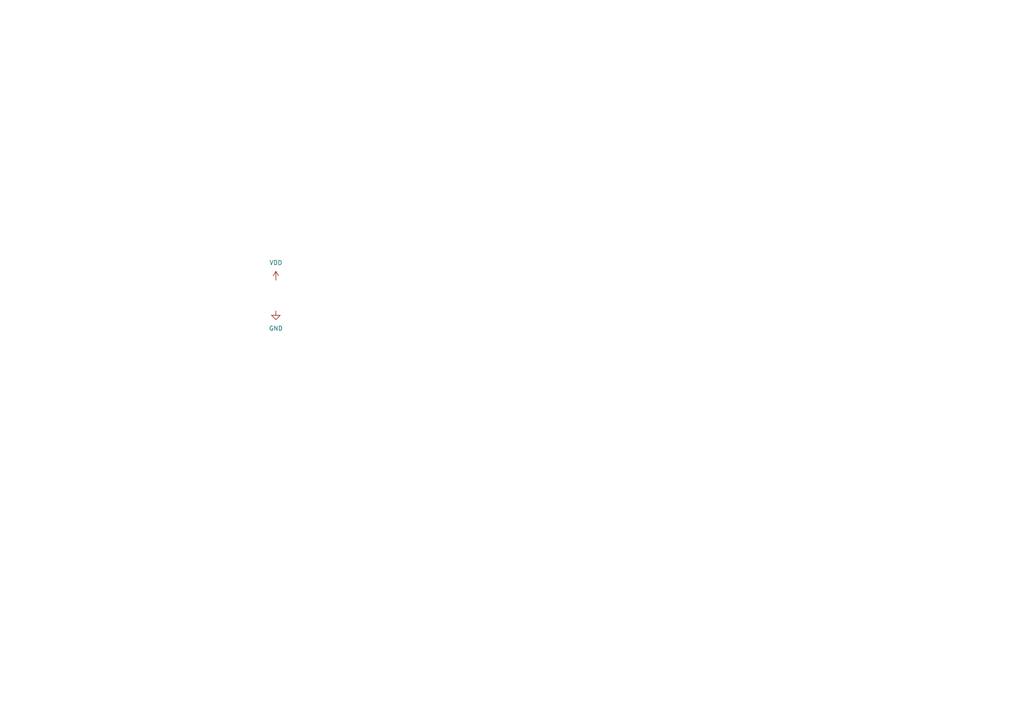
<source format=kicad_sch>
(kicad_sch (version 20230121) (generator eeschema)
  (paper "A4")
  (title_block (title "TITLE") (date "2023-05-28") (rev "1.0") (company "Kallio Designs Oy") (comment 1 "Teemu Latonen") (comment 2 "ASSEMBLY_PN") (comment 3 "000077"))
  (lib_symbols
    (symbol "power:GND" (power) (pin_names (offset 0))
      (property "Value" "GND" (at 0 -3.81 0))
      (symbol "GND_0_1"
        (polyline (pts (xy 0 0) (xy 0 -1.27) (xy 1.27 -1.27) (xy 0 -2.54) (xy -1.27 -1.27) (xy 0 -1.27)))
      )
      (symbol "GND_1_1"
        (pin power_in line (at 0 0 270) (length 0) hide (name "GND") (number "1"))
      )
    )
    (symbol "power:VDD" (power) (pin_names (offset 0))
      (property "Value" "VDD" (at 0 3.81 0))
      (symbol "VDD_0_1"
        (polyline (pts (xy -0.762 1.27) (xy 0 2.54)))
        (polyline (pts (xy 0 0) (xy 0 2.54)))
        (polyline (pts (xy 0 2.54) (xy 0.762 1.27)))
      )
      (symbol "VDD_1_1"
        (pin power_in line (at 0 0 90) (length 0) hide (name "VDD") (number "1"))
      )
    )
  )
  (symbol (lib_id "power:VDD") (at 80.01 81.28 0) (unit 1)
    (property "Reference" "#PWR0104" (effects hide))
    (property "Value" "VDD" (at 80.01 76.2 0))
  )
  (symbol (lib_id "power:GND") (at 80.01 90.17 0) (unit 1)
    (property "Reference" "#PWR0103" (effects hide))
    (property "Value" "GND" (at 80.01 95.25 0))
  )
)
</source>
